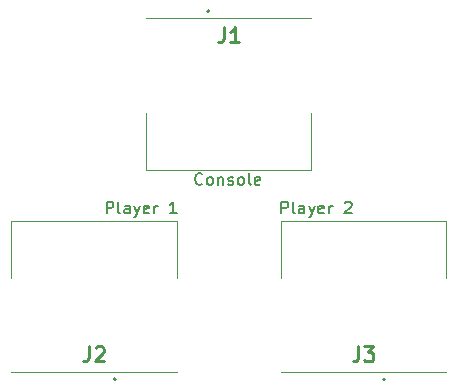
<source format=gbr>
%TF.GenerationSoftware,KiCad,Pcbnew,(6.99.0)*%
%TF.CreationDate,2022-02-09T14:01:33-06:00*%
%TF.ProjectId,CDI-SPLITTER,4344492d-5350-44c4-9954-5445522e6b69,rev?*%
%TF.SameCoordinates,Original*%
%TF.FileFunction,Legend,Top*%
%TF.FilePolarity,Positive*%
%FSLAX46Y46*%
G04 Gerber Fmt 4.6, Leading zero omitted, Abs format (unit mm)*
G04 Created by KiCad (PCBNEW (6.99.0)) date 2022-02-09 14:01:33*
%MOMM*%
%LPD*%
G01*
G04 APERTURE LIST*
%ADD10C,0.150000*%
%ADD11C,0.254000*%
%ADD12C,0.200000*%
%ADD13C,0.100000*%
G04 APERTURE END LIST*
D10*
X116247619Y-94452380D02*
X116247619Y-93452380D01*
X116628571Y-93452380D01*
X116723809Y-93500000D01*
X116771428Y-93547619D01*
X116819047Y-93642857D01*
X116819047Y-93785714D01*
X116771428Y-93880952D01*
X116723809Y-93928571D01*
X116628571Y-93976190D01*
X116247619Y-93976190D01*
X117390476Y-94452380D02*
X117295238Y-94404761D01*
X117247619Y-94309523D01*
X117247619Y-93452380D01*
X118200000Y-94452380D02*
X118200000Y-93928571D01*
X118152380Y-93833333D01*
X118057142Y-93785714D01*
X117866666Y-93785714D01*
X117771428Y-93833333D01*
X118200000Y-94404761D02*
X118104761Y-94452380D01*
X117866666Y-94452380D01*
X117771428Y-94404761D01*
X117723809Y-94309523D01*
X117723809Y-94214285D01*
X117771428Y-94119047D01*
X117866666Y-94071428D01*
X118104761Y-94071428D01*
X118200000Y-94023809D01*
X118580952Y-93785714D02*
X118819047Y-94452380D01*
X119057142Y-93785714D02*
X118819047Y-94452380D01*
X118723809Y-94690476D01*
X118676190Y-94738095D01*
X118580952Y-94785714D01*
X119819047Y-94404761D02*
X119723809Y-94452380D01*
X119533333Y-94452380D01*
X119438095Y-94404761D01*
X119390476Y-94309523D01*
X119390476Y-93928571D01*
X119438095Y-93833333D01*
X119533333Y-93785714D01*
X119723809Y-93785714D01*
X119819047Y-93833333D01*
X119866666Y-93928571D01*
X119866666Y-94023809D01*
X119390476Y-94119047D01*
X120295238Y-94452380D02*
X120295238Y-93785714D01*
X120295238Y-93976190D02*
X120342857Y-93880952D01*
X120390476Y-93833333D01*
X120485714Y-93785714D01*
X120580952Y-93785714D01*
X122200000Y-94452380D02*
X121628571Y-94452380D01*
X121914285Y-94452380D02*
X121914285Y-93452380D01*
X121819047Y-93595238D01*
X121723809Y-93690476D01*
X121628571Y-93738095D01*
X131047619Y-94452380D02*
X131047619Y-93452380D01*
X131428571Y-93452380D01*
X131523809Y-93500000D01*
X131571428Y-93547619D01*
X131619047Y-93642857D01*
X131619047Y-93785714D01*
X131571428Y-93880952D01*
X131523809Y-93928571D01*
X131428571Y-93976190D01*
X131047619Y-93976190D01*
X132190476Y-94452380D02*
X132095238Y-94404761D01*
X132047619Y-94309523D01*
X132047619Y-93452380D01*
X133000000Y-94452380D02*
X133000000Y-93928571D01*
X132952380Y-93833333D01*
X132857142Y-93785714D01*
X132666666Y-93785714D01*
X132571428Y-93833333D01*
X133000000Y-94404761D02*
X132904761Y-94452380D01*
X132666666Y-94452380D01*
X132571428Y-94404761D01*
X132523809Y-94309523D01*
X132523809Y-94214285D01*
X132571428Y-94119047D01*
X132666666Y-94071428D01*
X132904761Y-94071428D01*
X133000000Y-94023809D01*
X133380952Y-93785714D02*
X133619047Y-94452380D01*
X133857142Y-93785714D02*
X133619047Y-94452380D01*
X133523809Y-94690476D01*
X133476190Y-94738095D01*
X133380952Y-94785714D01*
X134619047Y-94404761D02*
X134523809Y-94452380D01*
X134333333Y-94452380D01*
X134238095Y-94404761D01*
X134190476Y-94309523D01*
X134190476Y-93928571D01*
X134238095Y-93833333D01*
X134333333Y-93785714D01*
X134523809Y-93785714D01*
X134619047Y-93833333D01*
X134666666Y-93928571D01*
X134666666Y-94023809D01*
X134190476Y-94119047D01*
X135095238Y-94452380D02*
X135095238Y-93785714D01*
X135095238Y-93976190D02*
X135142857Y-93880952D01*
X135190476Y-93833333D01*
X135285714Y-93785714D01*
X135380952Y-93785714D01*
X136428571Y-93547619D02*
X136476190Y-93500000D01*
X136571428Y-93452380D01*
X136809523Y-93452380D01*
X136904761Y-93500000D01*
X136952380Y-93547619D01*
X137000000Y-93642857D01*
X137000000Y-93738095D01*
X136952380Y-93880952D01*
X136380952Y-94452380D01*
X137000000Y-94452380D01*
X124357142Y-91957142D02*
X124309523Y-92004761D01*
X124166666Y-92052380D01*
X124071428Y-92052380D01*
X123928571Y-92004761D01*
X123833333Y-91909523D01*
X123785714Y-91814285D01*
X123738095Y-91623809D01*
X123738095Y-91480952D01*
X123785714Y-91290476D01*
X123833333Y-91195238D01*
X123928571Y-91100000D01*
X124071428Y-91052380D01*
X124166666Y-91052380D01*
X124309523Y-91100000D01*
X124357142Y-91147619D01*
X124928571Y-92052380D02*
X124833333Y-92004761D01*
X124785714Y-91957142D01*
X124738095Y-91861904D01*
X124738095Y-91576190D01*
X124785714Y-91480952D01*
X124833333Y-91433333D01*
X124928571Y-91385714D01*
X125071428Y-91385714D01*
X125166666Y-91433333D01*
X125214285Y-91480952D01*
X125261904Y-91576190D01*
X125261904Y-91861904D01*
X125214285Y-91957142D01*
X125166666Y-92004761D01*
X125071428Y-92052380D01*
X124928571Y-92052380D01*
X125690476Y-91385714D02*
X125690476Y-92052380D01*
X125690476Y-91480952D02*
X125738095Y-91433333D01*
X125833333Y-91385714D01*
X125976190Y-91385714D01*
X126071428Y-91433333D01*
X126119047Y-91528571D01*
X126119047Y-92052380D01*
X126547619Y-92004761D02*
X126642857Y-92052380D01*
X126833333Y-92052380D01*
X126928571Y-92004761D01*
X126976190Y-91909523D01*
X126976190Y-91861904D01*
X126928571Y-91766666D01*
X126833333Y-91719047D01*
X126690476Y-91719047D01*
X126595238Y-91671428D01*
X126547619Y-91576190D01*
X126547619Y-91528571D01*
X126595238Y-91433333D01*
X126690476Y-91385714D01*
X126833333Y-91385714D01*
X126928571Y-91433333D01*
X127547619Y-92052380D02*
X127452380Y-92004761D01*
X127404761Y-91957142D01*
X127357142Y-91861904D01*
X127357142Y-91576190D01*
X127404761Y-91480952D01*
X127452380Y-91433333D01*
X127547619Y-91385714D01*
X127690476Y-91385714D01*
X127785714Y-91433333D01*
X127833333Y-91480952D01*
X127880952Y-91576190D01*
X127880952Y-91861904D01*
X127833333Y-91957142D01*
X127785714Y-92004761D01*
X127690476Y-92052380D01*
X127547619Y-92052380D01*
X128452380Y-92052380D02*
X128357142Y-92004761D01*
X128309523Y-91909523D01*
X128309523Y-91052380D01*
X129214285Y-92004761D02*
X129119047Y-92052380D01*
X128928571Y-92052380D01*
X128833333Y-92004761D01*
X128785714Y-91909523D01*
X128785714Y-91528571D01*
X128833333Y-91433333D01*
X128928571Y-91385714D01*
X129119047Y-91385714D01*
X129214285Y-91433333D01*
X129261904Y-91528571D01*
X129261904Y-91623809D01*
X128785714Y-91719047D01*
D11*
%TO.C,J3*%
X137576666Y-105704523D02*
X137576666Y-106611666D01*
X137516190Y-106793095D01*
X137395238Y-106914047D01*
X137213809Y-106974523D01*
X137092857Y-106974523D01*
X138060476Y-105704523D02*
X138846666Y-105704523D01*
X138423333Y-106188333D01*
X138604761Y-106188333D01*
X138725714Y-106248809D01*
X138786190Y-106309285D01*
X138846666Y-106430238D01*
X138846666Y-106732619D01*
X138786190Y-106853571D01*
X138725714Y-106914047D01*
X138604761Y-106974523D01*
X138241904Y-106974523D01*
X138120952Y-106914047D01*
X138060476Y-106853571D01*
%TO.C,J2*%
X114776666Y-105704523D02*
X114776666Y-106611666D01*
X114716190Y-106793095D01*
X114595238Y-106914047D01*
X114413809Y-106974523D01*
X114292857Y-106974523D01*
X115320952Y-105825476D02*
X115381428Y-105765000D01*
X115502380Y-105704523D01*
X115804761Y-105704523D01*
X115925714Y-105765000D01*
X115986190Y-105825476D01*
X116046666Y-105946428D01*
X116046666Y-106067380D01*
X115986190Y-106248809D01*
X115260476Y-106974523D01*
X116046666Y-106974523D01*
%TO.C,J1*%
X126176666Y-78704523D02*
X126176666Y-79611666D01*
X126116190Y-79793095D01*
X125995238Y-79914047D01*
X125813809Y-79974523D01*
X125692857Y-79974523D01*
X127446666Y-79974523D02*
X126720952Y-79974523D01*
X127083809Y-79974523D02*
X127083809Y-78704523D01*
X126962857Y-78885952D01*
X126841904Y-79006904D01*
X126720952Y-79067380D01*
D12*
%TO.C,J3*%
X139740000Y-108600000D02*
G75*
G03*
X139740000Y-108400000I0J100000D01*
G01*
X139740000Y-108400000D02*
G75*
G03*
X139740000Y-108600000I0J-100000D01*
G01*
D13*
X131000000Y-107910000D02*
X145000000Y-107910000D01*
X145000000Y-95080000D02*
X145000000Y-99910000D01*
D12*
X139740000Y-108400000D02*
X139740000Y-108400000D01*
D13*
X131000000Y-99910000D02*
X131000000Y-95080000D01*
X131000000Y-95080000D02*
X145000000Y-95080000D01*
D12*
X139740000Y-108600000D02*
X139740000Y-108600000D01*
%TO.C,J2*%
X116940000Y-108600000D02*
G75*
G03*
X116940000Y-108400000I0J100000D01*
G01*
X116940000Y-108400000D02*
G75*
G03*
X116940000Y-108600000I0J-100000D01*
G01*
D13*
X108200000Y-107910000D02*
X122200000Y-107910000D01*
X122200000Y-95080000D02*
X122200000Y-99910000D01*
D12*
X116940000Y-108400000D02*
X116940000Y-108400000D01*
D13*
X108200000Y-99910000D02*
X108200000Y-95080000D01*
X108200000Y-95080000D02*
X122200000Y-95080000D01*
D12*
X116940000Y-108600000D02*
X116940000Y-108600000D01*
%TO.C,J1*%
X124860000Y-77240000D02*
X124860000Y-77240000D01*
D13*
X133600000Y-90760000D02*
X119600000Y-90760000D01*
X133600000Y-85930000D02*
X133600000Y-90760000D01*
D12*
X124860000Y-77440000D02*
X124860000Y-77440000D01*
D13*
X119600000Y-90760000D02*
X119600000Y-85930000D01*
X133600000Y-77930000D02*
X119600000Y-77930000D01*
D12*
X124860000Y-77440000D02*
G75*
G03*
X124860000Y-77240000I0J100000D01*
G01*
X124860000Y-77240000D02*
G75*
G03*
X124860000Y-77440000I0J-100000D01*
G01*
%TD*%
M02*

</source>
